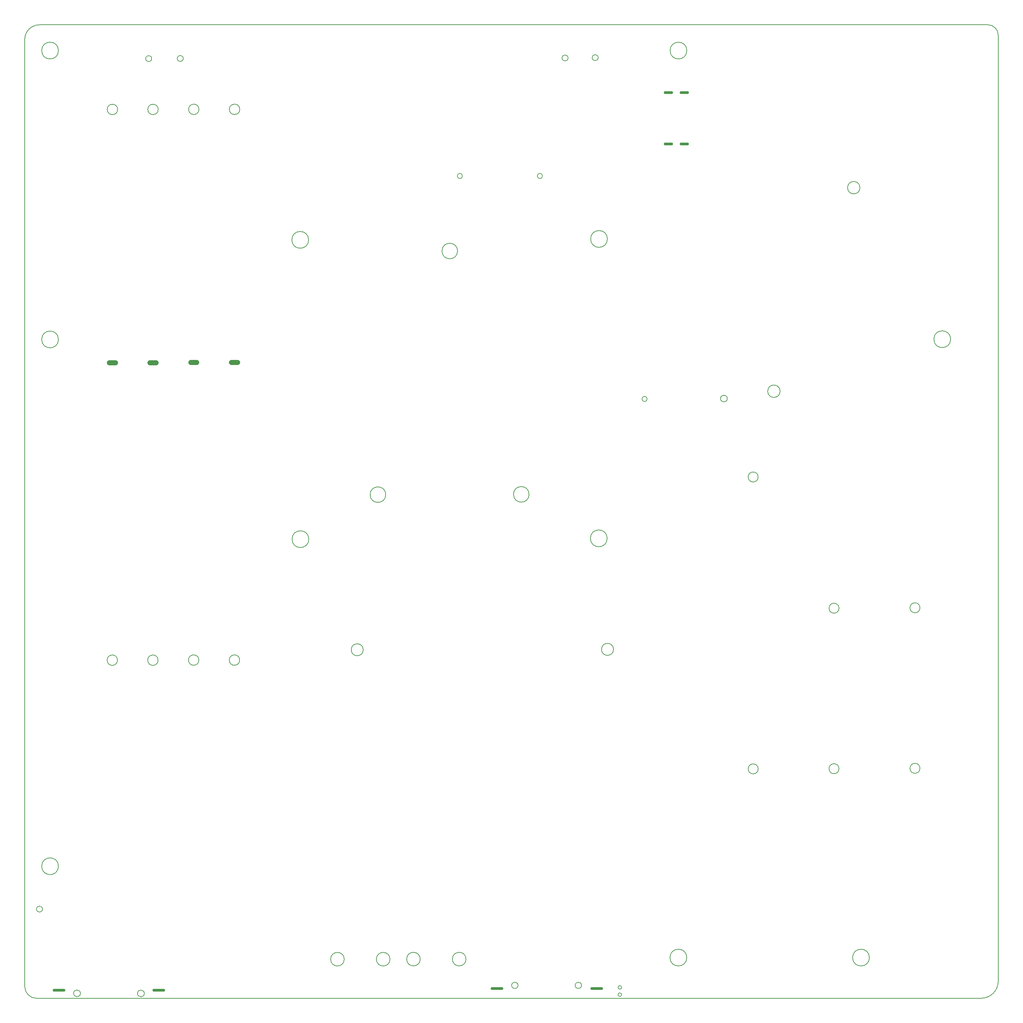
<source format=gko>
%FSLAX25Y25*%
%MOIN*%
G70*
G01*
G75*
G04 Layer_Color=16711935*
%ADD10C,0.01000*%
%ADD11C,0.00800*%
%ADD12C,0.06000*%
%ADD13C,0.00600*%
%ADD14C,0.07000*%
%ADD15C,0.00500*%
%ADD16C,0.04000*%
%ADD17C,0.02500*%
%ADD18C,0.06500*%
%ADD19C,0.01772*%
%ADD20C,0.01772*%
%ADD21O,0.01260X0.03543*%
%ADD22R,0.03465X0.03465*%
%ADD23R,0.03937X0.05276*%
%ADD24R,0.05276X0.03937*%
%ADD25R,0.03465X0.03465*%
%ADD26R,0.02284X0.02362*%
%ADD27O,0.01181X0.03937*%
%ADD28O,0.03937X0.01181*%
%ADD29O,0.03937X0.01181*%
%ADD30R,0.02362X0.02284*%
%ADD31R,0.02756X0.03543*%
%ADD32O,0.01181X0.06299*%
%ADD33O,0.05906X0.01260*%
%ADD34O,0.01260X0.05906*%
%ADD35C,0.01024*%
%ADD36O,0.01181X0.06299*%
%ADD37R,0.02362X0.02284*%
%ADD38R,0.04600X0.03200*%
%ADD39C,0.03150*%
%ADD40R,0.02677X0.06299*%
%ADD41O,0.00984X0.02992*%
%ADD42R,0.06299X0.07284*%
%ADD43O,0.00906X0.03937*%
%ADD44O,0.01299X0.03347*%
%ADD45O,0.03622X0.01024*%
%ADD46O,0.01299X0.08661*%
%ADD47R,0.09843X0.12992*%
%ADD48O,0.05315X0.01654*%
%ADD49R,0.03937X0.01772*%
%ADD50O,0.01181X0.02992*%
%ADD51R,0.02165X0.05315*%
%ADD52O,0.01378X0.06500*%
%ADD53R,0.01299X0.02756*%
%ADD54R,0.02756X0.01299*%
%ADD55O,0.03937X0.00906*%
%ADD56R,0.05118X0.05906*%
%ADD57R,0.05394X0.06496*%
%ADD58O,0.07087X0.01575*%
%ADD59O,0.03937X0.01260*%
%ADD60O,0.01260X0.03937*%
%ADD61R,0.07284X0.06299*%
%ADD62R,0.05197X0.02362*%
%ADD63O,0.05000X0.01575*%
%ADD64R,0.07874X0.02835*%
%ADD65O,0.01575X0.05906*%
%ADD66R,0.07008X0.12992*%
%ADD67R,0.02165X0.05315*%
%ADD68R,0.03543X0.02756*%
%ADD69O,0.02992X0.00984*%
%ADD70R,0.05315X0.02165*%
%ADD71C,0.01654*%
%ADD72C,0.01181*%
%ADD73O,0.01575X0.05000*%
%ADD74R,0.05000X0.05079*%
%ADD75R,0.14173X0.10236*%
%ADD76R,0.11811X0.08268*%
%ADD77R,0.03937X0.05276*%
%ADD78O,0.00984X0.03386*%
%ADD79O,0.01181X0.03600*%
%ADD80R,0.07874X0.08268*%
%ADD81R,0.10236X0.14173*%
%ADD82R,0.01575X0.03150*%
%ADD83R,0.03200X0.04600*%
%ADD84R,0.05079X0.05000*%
%ADD85O,0.01575X0.05433*%
%ADD86R,0.02362X0.05197*%
%ADD87O,0.01654X0.06102*%
%ADD88R,0.10236X0.05118*%
%ADD89R,0.08465X0.07874*%
%ADD90R,0.06378X0.02835*%
%ADD91R,0.08465X0.08071*%
%ADD92R,0.07874X0.04724*%
%ADD93O,0.03386X0.00984*%
%ADD94R,0.05906X0.05118*%
%ADD95O,0.01260X0.03937*%
%ADD96O,0.03937X0.01260*%
%ADD97R,0.06181X0.07165*%
%ADD98R,0.01890X0.03937*%
%ADD99R,0.02953X0.03937*%
%ADD100R,0.02284X0.02362*%
%ADD101R,0.03465X0.03465*%
%ADD102O,0.07500X0.02400*%
%ADD103R,0.03150X0.01575*%
%ADD104R,0.05748X0.04409*%
%ADD105O,0.01378X0.06772*%
%ADD106O,0.03937X0.01496*%
%ADD107O,0.08000X0.02400*%
%ADD108R,0.06693X0.02835*%
%ADD109O,0.03600X0.01181*%
%ADD110R,0.14173X0.10236*%
%ADD111R,0.07874X0.07677*%
%ADD112R,0.07284X0.06299*%
%ADD113O,0.07087X0.01575*%
%ADD114O,0.03937X0.01496*%
%ADD115O,0.03347X0.01299*%
%ADD116R,0.07874X0.07677*%
%ADD117R,0.08661X0.09843*%
%ADD118R,0.03465X0.03465*%
%ADD119R,0.17500X0.17500*%
%ADD120R,0.13780X0.09843*%
%ADD121R,0.05276X0.03937*%
%ADD122O,0.01181X0.03740*%
%ADD123O,0.03800X0.01181*%
%ADD124O,0.02677X0.08071*%
%ADD125O,0.01260X0.05700*%
%ADD126O,0.01181X0.10827*%
%ADD127R,0.06496X0.06496*%
%ADD128R,0.07874X0.07874*%
%ADD129R,0.07087X0.07087*%
%ADD130R,0.12205X0.08268*%
%ADD131R,0.12205X0.01693*%
%ADD132R,0.09843X0.06772*%
%ADD133R,0.20472X0.13780*%
%ADD134C,0.01024*%
%ADD135C,0.01200*%
%ADD136R,0.06496X0.06496*%
%ADD137R,0.13780X0.13780*%
%ADD138R,0.13780X0.09843*%
%ADD139R,0.16929X0.08661*%
%ADD140R,0.03937X0.01772*%
G04:AMPARAMS|DCode=141|XSize=39.37mil|YSize=52.76mil|CornerRadius=0mil|HoleSize=0mil|Usage=FLASHONLY|Rotation=90.000|XOffset=0mil|YOffset=0mil|HoleType=Round|Shape=Octagon|*
%AMOCTAGOND141*
4,1,8,-0.02638,-0.00984,-0.02638,0.00984,-0.01654,0.01969,0.01654,0.01969,0.02638,0.00984,0.02638,-0.00984,0.01654,-0.01969,-0.01654,-0.01969,-0.02638,-0.00984,0.0*
%
%ADD141OCTAGOND141*%

%ADD142C,0.04000*%
%ADD143R,0.05512X0.03937*%
%ADD144R,0.11221X0.13976*%
%ADD145C,0.01260*%
%ADD146R,0.04724X0.11024*%
%ADD147C,0.01772*%
%ADD148O,0.02362X0.14567*%
%ADD149C,0.01800*%
%ADD150C,0.01500*%
%ADD151C,0.02000*%
%ADD152C,0.00700*%
%ADD153C,0.01200*%
%ADD154C,0.01969*%
%ADD155C,0.03000*%
%ADD156C,0.01600*%
%ADD157C,0.01300*%
%ADD158C,0.00350*%
%ADD159C,0.00400*%
%ADD160C,0.00300*%
%ADD161C,0.00900*%
%ADD162R,0.05900X0.04550*%
%ADD163R,0.18350X0.18100*%
%ADD164R,0.06850X0.04700*%
%ADD165R,0.16050X0.28800*%
%ADD166R,0.10850X0.06672*%
%ADD167R,0.10700X0.03150*%
%ADD168R,0.11100X0.08100*%
%ADD169R,0.22300X0.22300*%
%ADD170R,0.02500X0.02950*%
%ADD171R,0.03800X0.02950*%
%ADD172R,0.06900X0.06650*%
%ADD173R,0.03100X0.03600*%
%ADD174R,0.19050X0.02650*%
%ADD175R,0.02450X0.09200*%
%ADD176R,0.03550X0.06550*%
%ADD177R,0.02550X0.02600*%
%ADD178R,0.18600X0.02300*%
%ADD179R,0.01971X0.08558*%
%ADD180C,0.03937*%
%ADD181O,0.04528X0.04921*%
%ADD182C,0.04331*%
%ADD183C,0.04134*%
%ADD184C,0.05709*%
%ADD185C,0.07874*%
%ADD186C,0.05315*%
%ADD187O,0.04528X0.04921*%
%ADD188C,0.05906*%
%ADD189R,0.05709X0.05709*%
%ADD190R,0.04134X0.04134*%
%ADD191R,0.05906X0.05906*%
%ADD192C,0.05906*%
%ADD193R,0.05906X0.05906*%
%ADD194R,0.04528X0.04921*%
%ADD195C,0.06102*%
%ADD196R,0.06102X0.06102*%
%ADD197R,0.05315X0.05315*%
%ADD198C,0.05118*%
%ADD199C,0.06102*%
%ADD200O,0.05118X0.05118*%
%ADD201C,0.05512*%
%ADD202C,0.05000*%
%ADD203C,0.06200*%
%ADD204R,0.05906X0.05906*%
%ADD205R,0.04331X0.04528*%
%ADD206C,0.06500*%
%ADD207R,0.06500X0.06500*%
%ADD208R,0.05709X0.05709*%
%ADD209R,0.06200X0.06200*%
%ADD210C,0.06299*%
%ADD211R,0.06299X0.06299*%
%ADD212R,0.05709X0.05709*%
%ADD213C,0.04331*%
%ADD214R,0.05315X0.05315*%
%ADD215R,0.05000X0.05000*%
%ADD216R,0.05315X0.05315*%
%ADD217C,0.05315*%
%ADD218R,0.05315X0.05315*%
%ADD219C,0.07874*%
%ADD220C,0.04134*%
%ADD221O,0.04331X0.03937*%
%ADD222O,0.04331X0.03937*%
%ADD223R,0.05118X0.05118*%
%ADD224C,0.06299*%
%ADD225C,0.05709*%
%ADD226R,0.04134X0.04134*%
%ADD227O,0.14567X0.05000*%
%ADD228C,0.12205*%
%ADD229C,0.12205*%
%ADD230C,0.05118*%
%ADD231C,0.08268*%
%ADD232C,0.08268*%
%ADD233C,0.05512*%
%ADD234O,0.15354X0.05906*%
%ADD235O,0.11811X0.06221*%
%ADD236R,0.04134X0.04134*%
%ADD237C,0.22441*%
%ADD238C,0.02165*%
%ADD239C,0.01969*%
%ADD240C,0.02165*%
%ADD241C,0.02559*%
%ADD242C,0.02047*%
%ADD243C,0.02362*%
%ADD244C,0.02756*%
%ADD245C,0.01890*%
%ADD246C,0.01890*%
%ADD247C,0.03543*%
%ADD248C,0.02559*%
%ADD249C,0.02047*%
%ADD250C,0.03543*%
%ADD251C,0.03150*%
%ADD252C,0.02756*%
%ADD253R,0.24200X0.05950*%
%ADD254R,0.23900X0.06050*%
%ADD255R,0.05911X0.06527*%
%ADD256R,0.06150X0.03200*%
%ADD257R,0.09050X0.02750*%
%ADD258R,0.05216X0.03337*%
%ADD259R,0.06800X0.01900*%
%ADD260R,0.04950X0.07100*%
%ADD261R,0.07750X0.02200*%
%ADD262R,0.03719X0.04789*%
%ADD263R,0.06700X0.02700*%
%ADD264R,0.14425X0.06794*%
%ADD265R,0.11550X0.03200*%
%ADD266R,0.32600X0.02950*%
%ADD267R,0.33585X0.02339*%
%ADD268R,0.05859X0.04781*%
%ADD269R,0.02737X0.07120*%
%ADD270R,0.04000X0.04100*%
%ADD271C,0.02800*%
%ADD272R,0.07309X0.09456*%
%ADD273R,0.24200X0.06150*%
%ADD274R,0.11000X0.05750*%
%ADD275R,0.13400X0.11100*%
%ADD276R,0.03300X0.01150*%
%ADD277R,0.23000X0.05750*%
%ADD278R,0.24600X0.06350*%
%ADD279R,0.24350X0.06500*%
%ADD280R,0.02900X0.09800*%
%ADD281R,0.21100X0.02900*%
%ADD282R,0.03178X0.10400*%
%ADD283R,0.19100X0.03150*%
%ADD284R,0.07500X0.04250*%
%ADD285R,0.11750X0.02150*%
%ADD286R,0.19182X0.02374*%
%ADD287R,0.02300X0.10000*%
%ADD288R,0.03150X0.11085*%
%ADD289R,0.34850X0.02950*%
%ADD290R,0.33337X0.02093*%
%ADD291R,0.03150X0.04921*%
%ADD292R,0.01772X0.03937*%
%ADD293R,0.01260X0.03347*%
%ADD294R,0.01693X0.02598*%
%ADD295R,0.07087X0.12992*%
%ADD296R,0.04921X0.03150*%
%ADD297O,0.06500X0.01378*%
%ADD298O,0.06772X0.01378*%
%ADD299C,0.02598*%
%ADD300O,0.03150X0.02800*%
%ADD301R,0.04921X0.03150*%
%ADD302R,0.03937X0.05118*%
%ADD303R,0.11811X0.08268*%
%ADD304R,0.07087X0.12992*%
%ADD305O,0.01260X0.02992*%
%ADD306R,0.03543X0.03937*%
%ADD307R,0.16929X0.08661*%
%ADD308R,0.01772X0.03937*%
%ADD309C,0.02598*%
%ADD310R,0.03150X0.04921*%
%ADD311R,0.22050X0.22150*%
%ADD312R,0.08800X0.13800*%
%ADD313R,0.06850X0.09350*%
%ADD314R,0.06700X0.06650*%
%ADD315R,0.04883X0.10114*%
%ADD316R,0.04200X0.08450*%
%ADD317R,0.05300X0.06350*%
%ADD318R,0.01850X0.01750*%
%ADD319R,0.08350X0.05850*%
%ADD320R,0.08862X0.08774*%
%ADD321R,1.37250X0.04150*%
%ADD322R,0.05150X0.04000*%
%ADD323R,0.02150X0.01200*%
%ADD324R,0.03900X0.03450*%
%ADD325R,0.06050X0.17150*%
%ADD326R,0.06219X0.12738*%
%ADD327R,0.01550X0.05150*%
%ADD328R,0.05500X0.03350*%
%ADD329R,0.00850X0.01038*%
%ADD330R,0.01550X0.01750*%
%ADD331C,0.00550*%
%ADD332C,0.00450*%
%ADD333C,0.01972*%
%ADD334C,0.01972*%
%ADD335O,0.01460X0.03743*%
%ADD336R,0.03665X0.03665*%
%ADD337R,0.04137X0.05476*%
%ADD338R,0.05476X0.04137*%
%ADD339R,0.03665X0.03665*%
%ADD340R,0.02484X0.02562*%
%ADD341O,0.01381X0.04137*%
%ADD342O,0.04137X0.01381*%
%ADD343O,0.04137X0.01381*%
%ADD344R,0.02562X0.02484*%
%ADD345R,0.02956X0.03743*%
%ADD346O,0.01381X0.06499*%
%ADD347O,0.06106X0.01460*%
%ADD348O,0.01460X0.06106*%
%ADD349C,0.01224*%
%ADD350O,0.01381X0.06499*%
%ADD351R,0.02562X0.02484*%
%ADD352R,0.04800X0.03400*%
%ADD353C,0.03350*%
%ADD354R,0.02877X0.06499*%
%ADD355O,0.01184X0.03192*%
%ADD356R,0.06499X0.07484*%
%ADD357O,0.01106X0.04137*%
%ADD358O,0.01499X0.03547*%
%ADD359O,0.03822X0.01224*%
%ADD360O,0.01499X0.08861*%
%ADD361R,0.10043X0.13192*%
%ADD362O,0.05515X0.01854*%
%ADD363R,0.04137X0.01972*%
%ADD364O,0.01381X0.03192*%
%ADD365R,0.02365X0.05515*%
%ADD366O,0.01578X0.06700*%
%ADD367R,0.01499X0.02956*%
%ADD368R,0.02956X0.01499*%
%ADD369O,0.04137X0.01106*%
%ADD370R,0.05318X0.06106*%
%ADD371R,0.05594X0.06696*%
%ADD372O,0.07287X0.01775*%
%ADD373O,0.04137X0.01460*%
%ADD374O,0.01460X0.04137*%
%ADD375R,0.07484X0.06499*%
%ADD376R,0.05397X0.02562*%
%ADD377O,0.05200X0.01775*%
%ADD378R,0.08074X0.03035*%
%ADD379O,0.01775X0.06106*%
%ADD380R,0.07208X0.13192*%
%ADD381R,0.02365X0.05515*%
%ADD382R,0.03743X0.02956*%
%ADD383O,0.03192X0.01184*%
%ADD384R,0.05515X0.02365*%
%ADD385C,0.01854*%
%ADD386C,0.01381*%
%ADD387O,0.01775X0.05200*%
%ADD388R,0.05200X0.05279*%
%ADD389R,0.14373X0.10436*%
%ADD390R,0.12011X0.08468*%
%ADD391R,0.04137X0.05476*%
%ADD392O,0.01184X0.03586*%
%ADD393O,0.01381X0.03800*%
%ADD394R,0.08074X0.08468*%
%ADD395R,0.10436X0.14373*%
%ADD396R,0.01775X0.03350*%
%ADD397R,0.03400X0.04800*%
%ADD398R,0.05279X0.05200*%
%ADD399O,0.01775X0.05633*%
%ADD400R,0.02562X0.05397*%
%ADD401O,0.01854X0.06302*%
%ADD402R,0.10436X0.05318*%
%ADD403R,0.08665X0.08074*%
%ADD404R,0.06578X0.03035*%
%ADD405R,0.08665X0.08271*%
%ADD406R,0.08074X0.04924*%
%ADD407O,0.03586X0.01184*%
%ADD408R,0.06106X0.05318*%
%ADD409O,0.01460X0.04137*%
%ADD410O,0.04137X0.01460*%
%ADD411R,0.06381X0.07365*%
%ADD412R,0.02090X0.04137*%
%ADD413R,0.03153X0.04137*%
%ADD414R,0.02484X0.02562*%
%ADD415R,0.03665X0.03665*%
%ADD416O,0.08300X0.03200*%
%ADD417R,0.03350X0.01775*%
%ADD418R,0.05948X0.04609*%
%ADD419C,0.01624*%
%ADD420O,0.01578X0.06972*%
%ADD421O,0.04137X0.01696*%
%ADD422O,0.08800X0.03200*%
%ADD423R,0.06893X0.03035*%
%ADD424O,0.03800X0.01381*%
%ADD425R,0.14373X0.10436*%
%ADD426R,0.08074X0.07877*%
%ADD427R,0.07484X0.06499*%
%ADD428O,0.07287X0.01775*%
%ADD429O,0.04137X0.01696*%
%ADD430O,0.03547X0.01499*%
%ADD431R,0.08074X0.07877*%
%ADD432R,0.08861X0.10043*%
%ADD433R,0.03665X0.03665*%
%ADD434R,0.17700X0.17700*%
%ADD435R,0.13979X0.10043*%
%ADD436R,0.05476X0.04137*%
%ADD437O,0.01381X0.03940*%
%ADD438O,0.04000X0.01381*%
%ADD439O,0.02877X0.08271*%
%ADD440O,0.01460X0.05900*%
%ADD441O,0.01381X0.11027*%
%ADD442R,0.06696X0.06696*%
%ADD443R,0.08074X0.08074*%
%ADD444R,0.07287X0.07287*%
%ADD445R,0.12405X0.08468*%
%ADD446R,0.12405X0.01893*%
%ADD447R,0.10043X0.06972*%
%ADD448R,0.20672X0.13979*%
%ADD449C,0.01224*%
%ADD450C,0.01400*%
%ADD451R,0.06696X0.06696*%
%ADD452R,0.13979X0.13979*%
%ADD453R,0.13979X0.10043*%
%ADD454R,0.17129X0.08861*%
%ADD455R,0.04137X0.01972*%
G04:AMPARAMS|DCode=456|XSize=41.37mil|YSize=54.76mil|CornerRadius=0mil|HoleSize=0mil|Usage=FLASHONLY|Rotation=90.000|XOffset=0mil|YOffset=0mil|HoleType=Round|Shape=Octagon|*
%AMOCTAGOND456*
4,1,8,-0.02738,-0.01034,-0.02738,0.01034,-0.01704,0.02069,0.01704,0.02069,0.02738,0.01034,0.02738,-0.01034,0.01704,-0.02069,-0.01704,-0.02069,-0.02738,-0.01034,0.0*
%
%ADD456OCTAGOND456*%

%ADD457C,0.04200*%
%ADD458R,0.05712X0.04137*%
%ADD459R,0.11421X0.14176*%
%ADD460C,0.01460*%
%ADD461R,0.04924X0.11224*%
%ADD462C,0.01972*%
%ADD463O,0.02562X0.14767*%
%ADD464C,0.04137*%
%ADD465O,0.04728X0.05121*%
%ADD466C,0.04531*%
%ADD467C,0.04334*%
%ADD468C,0.05909*%
%ADD469C,0.08674*%
%ADD470C,0.05515*%
%ADD471O,0.04728X0.05121*%
%ADD472C,0.06106*%
%ADD473R,0.05909X0.05909*%
%ADD474R,0.04334X0.04334*%
%ADD475R,0.06106X0.06106*%
%ADD476C,0.06106*%
%ADD477R,0.06106X0.06106*%
%ADD478R,0.04728X0.05121*%
%ADD479C,0.06302*%
%ADD480R,0.06302X0.06302*%
%ADD481R,0.05515X0.05515*%
%ADD482C,0.05318*%
%ADD483C,0.06302*%
%ADD484O,0.05318X0.05318*%
%ADD485C,0.05712*%
%ADD486C,0.05800*%
%ADD487C,0.07000*%
%ADD488R,0.06106X0.06106*%
%ADD489R,0.04531X0.04728*%
%ADD490C,0.07300*%
%ADD491R,0.07300X0.07300*%
%ADD492C,0.06509*%
%ADD493R,0.06509X0.06509*%
%ADD494R,0.07000X0.07000*%
%ADD495C,0.06499*%
%ADD496R,0.06499X0.06499*%
%ADD497R,0.05909X0.05909*%
%ADD498C,0.04531*%
%ADD499R,0.05515X0.05515*%
%ADD500R,0.05800X0.05800*%
%ADD501R,0.05515X0.05515*%
%ADD502C,0.05515*%
%ADD503R,0.05515X0.05515*%
%ADD504R,0.06509X0.06509*%
%ADD505C,0.08074*%
%ADD506C,0.08074*%
%ADD507C,0.04334*%
%ADD508O,0.04531X0.04137*%
%ADD509O,0.04531X0.04137*%
%ADD510R,0.05318X0.05318*%
%ADD511C,0.06499*%
%ADD512C,0.05909*%
%ADD513R,0.04334X0.04334*%
%ADD514O,0.14767X0.05200*%
%ADD515C,0.12405*%
%ADD516C,0.12405*%
%ADD517C,0.05318*%
%ADD518C,0.08468*%
%ADD519C,0.08468*%
%ADD520C,0.05712*%
%ADD521O,0.15554X0.06106*%
%ADD522O,0.12011X0.06421*%
%ADD523R,0.04334X0.04334*%
%ADD524C,0.22641*%
%ADD525R,0.03350X0.05121*%
%ADD526R,0.01972X0.04137*%
%ADD527R,0.01460X0.03547*%
%ADD528R,0.01893X0.02798*%
%ADD529R,0.07287X0.13192*%
%ADD530R,0.05121X0.03350*%
%ADD531O,0.06700X0.01578*%
%ADD532O,0.06972X0.01578*%
%ADD533C,0.02798*%
%ADD534O,0.03350X0.03000*%
%ADD535C,0.02365*%
%ADD536R,0.05121X0.03350*%
%ADD537R,0.04137X0.05318*%
%ADD538R,0.12011X0.08468*%
%ADD539R,0.07287X0.13192*%
%ADD540O,0.01460X0.03192*%
%ADD541R,0.03743X0.04137*%
%ADD542R,0.17129X0.08861*%
%ADD543R,0.01972X0.04137*%
%ADD544C,0.02798*%
%ADD545R,0.03350X0.05121*%
%ADD546C,0.02756*%
%ADD547C,0.05118*%
D11*
X4074580Y2537800D02*
G03*
X4074580Y2537800I-2559J0D01*
G01*
X4153479D02*
G03*
X4153479Y2537800I-2559J0D01*
G01*
X4445771Y2111500D02*
G03*
X4445771Y2111500I-4921J0D01*
G01*
X4445750Y1953200D02*
G03*
X4445750Y1953200I-4921J0D01*
G01*
X4231500Y1730300D02*
G03*
X4231500Y1730300I-1772J0D01*
G01*
Y1737500D02*
G03*
X4231500Y1737500I-1772J0D01*
G01*
X3660700Y1814700D02*
G03*
X3660700Y1814700I-2953J0D01*
G01*
X3799400Y2653700D02*
G03*
X3799400Y2653700I-2953J0D01*
G01*
X3768300Y2653600D02*
G03*
X3768300Y2653600I-2953J0D01*
G01*
X4208400Y2654500D02*
G03*
X4208400Y2654500I-2953J0D01*
G01*
X4178700Y2654200D02*
G03*
X4178700Y2654200I-2953J0D01*
G01*
X4366071Y1953000D02*
G03*
X4366071Y1953000I-4921J0D01*
G01*
Y2240900D02*
G03*
X4366071Y2240900I-4921J0D01*
G01*
X4525571Y2111900D02*
G03*
X4525571Y2111900I-4921J0D01*
G01*
X4525550Y1953600D02*
G03*
X4525550Y1953600I-4921J0D01*
G01*
X4032993Y1765400D02*
G03*
X4032993Y1765400I-6693J0D01*
G01*
X4078093D02*
G03*
X4078093Y1765400I-6693J0D01*
G01*
X4003193Y1765300D02*
G03*
X4003193Y1765300I-6693J0D01*
G01*
X3958093D02*
G03*
X3958093Y1765300I-6693J0D01*
G01*
X3761047Y1731500D02*
G03*
X3761047Y1731500I-3347J0D01*
G01*
X3698047Y1731600D02*
G03*
X3698047Y1731600I-3347J0D01*
G01*
X3774600Y2060231D02*
G03*
X3774600Y2060231I-5118J0D01*
G01*
X3774718Y2603431D02*
G03*
X3774718Y2603431I-5118J0D01*
G01*
X4387700Y2325500D02*
G03*
X4387700Y2325500I-6102J0D01*
G01*
X3976800Y2070500D02*
G03*
X3976800Y2070500I-5906J0D01*
G01*
X4223500Y2070900D02*
G03*
X4223500Y2070900I-5906J0D01*
G01*
X4069777Y2463800D02*
G03*
X4069777Y2463800I-7677J0D01*
G01*
X4140277Y2223800D02*
G03*
X4140277Y2223800I-7677J0D01*
G01*
X3998977Y2223500D02*
G03*
X3998977Y2223500I-7677J0D01*
G01*
X3923166Y2179600D02*
G03*
X3923166Y2179600I-8268J0D01*
G01*
X4217265Y2180400D02*
G03*
X4217265Y2180400I-8268J0D01*
G01*
X4217465Y2475700D02*
G03*
X4217465Y2475700I-8268J0D01*
G01*
X3922965Y2474800D02*
G03*
X3922965Y2474800I-8268J0D01*
G01*
X4466400Y2526300D02*
G03*
X4466400Y2526300I-6102J0D01*
G01*
X4555797Y2376800D02*
G03*
X4555797Y2376800I-8268J0D01*
G01*
X4295697Y1766900D02*
G03*
X4295697Y1766900I-8268J0D01*
G01*
X4475697D02*
G03*
X4475697Y1766900I-8268J0D01*
G01*
X3676397Y1857000D02*
G03*
X3676397Y1857000I-8268J0D01*
G01*
Y2376600D02*
G03*
X3676397Y2376600I-8268J0D01*
G01*
X4295797Y2661500D02*
G03*
X4295797Y2661500I-8268J0D01*
G01*
X3676397D02*
G03*
X3676397Y2661500I-8268J0D01*
G01*
X3643200Y1738200D02*
G03*
X3654600Y1726800I11400J0D01*
G01*
X4585900D02*
G03*
X4602700Y1743600I0J16800D01*
G01*
Y2676800D02*
G03*
X4592600Y2686900I-10100J0D01*
G01*
X3657600D02*
G03*
X3643200Y2672500I0J-14400D01*
G01*
X3734600Y2060231D02*
G03*
X3734600Y2060231I-5118J0D01*
G01*
X3734718Y2603431D02*
G03*
X3734718Y2603431I-5118J0D01*
G01*
X4129406Y1739500D02*
G03*
X4129406Y1739500I-3150J0D01*
G01*
X4192006D02*
G03*
X4192006Y1739500I-3150J0D01*
G01*
X4256697Y2317900D02*
G03*
X4256697Y2317900I-2559J0D01*
G01*
X4335646Y2318300D02*
G03*
X4335646Y2318300I-3347J0D01*
G01*
X3814918Y2603531D02*
G03*
X3814918Y2603531I-5118J0D01*
G01*
X3814800Y2060331D02*
G03*
X3814800Y2060331I-5118J0D01*
G01*
X3855000D02*
G03*
X3855000Y2060331I-5118J0D01*
G01*
X3855118Y2603531D02*
G03*
X3855118Y2603531I-5118J0D01*
G01*
X3643200Y1738200D02*
Y2673700D01*
X3654600Y1726800D02*
X4585900D01*
X4602700Y1743600D02*
Y2676800D01*
X3657600Y2686900D02*
X4592600D01*
X3643200Y2612000D02*
Y2672500D01*
D546*
X3770347Y1734800D02*
X3780047D01*
X3672047D02*
X3681747D01*
X4290000Y2569400D02*
X4296400D01*
X4274400D02*
X4280800D01*
X4274400Y2619900D02*
X4280800D01*
X4290100D02*
X4296500D01*
X4103806Y1736400D02*
X4113506D01*
X4202105D02*
X4211805D01*
D547*
X3766500Y2353831D02*
X3772400D01*
X3726500D02*
X3732400D01*
X3806700Y2353931D02*
X3812600D01*
X3846900D02*
X3852800D01*
M02*

</source>
